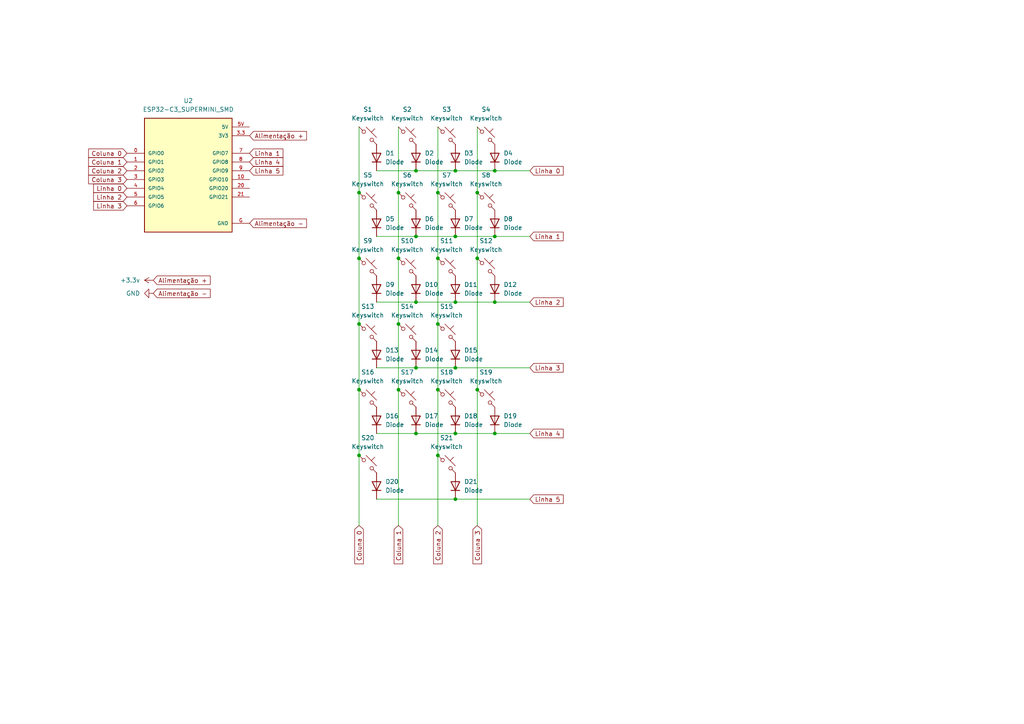
<source format=kicad_sch>
(kicad_sch (version 20231120) (generator "eeschema") (generator_version "8.0")
  (paper "A4")
  (lib_symbols
    (symbol "ESP32-C3_SUPERMINI_SMD:ESP32-C3_SUPERMINI_SMD" (pin_names (offset 1.016))
      (property "Reference" "U" (at -12.7 16.002 0))
      (property "Value" "ESP32-C3_SUPERMINI_SMD" (at -12.7 -20.32 0))
      (symbol "ESP32-C3_SUPERMINI_SMD_0_0"
        (rectangle (start -12.7 -17.78) (end 12.7 15.24) (stroke (width 0.254)) (fill (type background)))
        (pin bidirectional line (at -17.78 5.08 0) (length 5.08) (name "GPIO0") (number "0"))
        (pin bidirectional line (at -17.78 2.54 0) (length 5.08) (name "GPIO1") (number "1"))
        (pin bidirectional line (at 17.78 -2.54 180) (length 5.08) (name "GPIO10") (number "10"))
        (pin bidirectional line (at -17.78 0 0) (length 5.08) (name "GPIO2") (number "2"))
        (pin bidirectional line (at 17.78 -5.08 180) (length 5.08) (name "GPIO20") (number "20"))
        (pin bidirectional line (at 17.78 -7.62 180) (length 5.08) (name "GPIO21") (number "21"))
        (pin bidirectional line (at -17.78 -2.54 0) (length 5.08) (name "GPIO3") (number "3"))
        (pin power_in line (at 17.78 10.16 180) (length 5.08) (name "3V3") (number "3.3"))
        (pin bidirectional line (at -17.78 -5.08 0) (length 5.08) (name "GPIO4") (number "4"))
        (pin bidirectional line (at -17.78 -7.62 0) (length 5.08) (name "GPIO5") (number "5"))
        (pin power_in line (at 17.78 12.7 180) (length 5.08) (name "5V") (number "5V"))
        (pin bidirectional line (at -17.78 -10.16 0) (length 5.08) (name "GPIO6") (number "6"))
        (pin bidirectional line (at 17.78 5.08 180) (length 5.08) (name "GPIO7") (number "7"))
        (pin bidirectional line (at 17.78 2.54 180) (length 5.08) (name "GPIO8") (number "8"))
        (pin bidirectional line (at 17.78 0 180) (length 5.08) (name "GPIO9") (number "9"))
        (pin power_in line (at 17.78 -15.24 180) (length 5.08) (name "GND") (number "G"))
      )
    )
    (symbol "ScottoKeebs:Placeholder_Diode" (pin_numbers hide) (pin_names hide)
      (property "Reference" "D" (at 0 2.54 0))
      (property "Value" "Diode" (at 0 -2.54 0))
      (symbol "Placeholder_Diode_0_1"
        (polyline (pts (xy -1.27 1.27) (xy -1.27 -1.27)) (stroke (width 0.254)))
        (polyline (pts (xy 1.27 0) (xy -1.27 0)))
        (polyline (pts (xy 1.27 1.27) (xy 1.27 -1.27) (xy -1.27 0) (xy 1.27 1.27)) (stroke (width 0.254)))
      )
      (symbol "Placeholder_Diode_1_1"
        (pin passive line (at -3.81 0 0) (length 2.54) (name "K") (number "1"))
        (pin passive line (at 3.81 0 180) (length 2.54) (name "A") (number "2"))
      )
    )
    (symbol "ScottoKeebs:Placeholder_Keyswitch" (pin_numbers hide) (pin_names (offset 1.016) hide)
      (property "Reference" "S" (at 3.048 1.016 0))
      (property "Value" "Keyswitch" (at 0 -3.81 0))
      (symbol "Placeholder_Keyswitch_0_1"
        (circle (center -1.1684 1.1684) (radius 0.508))
        (polyline (pts (xy -0.508 2.54) (xy 2.54 -0.508)))
        (polyline (pts (xy 1.016 1.016) (xy 2.032 2.032)))
        (polyline (pts (xy -2.54 2.54) (xy -1.524 1.524) (xy -1.524 1.524)))
        (polyline (pts (xy 1.524 -1.524) (xy 2.54 -2.54) (xy 2.54 -2.54) (xy 2.54 -2.54)))
        (circle (center 1.143 -1.1938) (radius 0.508))
        (pin passive line (at -2.54 2.54 0) (length 0) (name "1") (number "1"))
        (pin passive line (at 2.54 -2.54 180) (length 0) (name "2") (number "2"))
      )
    )
    (symbol "power:+5V" (power) (pin_numbers hide) (pin_names (offset 0) hide)
      (property "Value" "+5V" (at 0 3.556 0))
      (symbol "+5V_0_1"
        (polyline (pts (xy -0.762 1.27) (xy 0 2.54)))
        (polyline (pts (xy 0 0) (xy 0 2.54)))
        (polyline (pts (xy 0 2.54) (xy 0.762 1.27)))
      )
      (symbol "+5V_1_1"
        (pin power_in line (at 0 0 90) (length 0) (name "~") (number "1"))
      )
    )
    (symbol "power:GND" (power) (pin_numbers hide) (pin_names (offset 0) hide)
      (property "Value" "GND" (at 0 -3.81 0))
      (symbol "GND_0_1"
        (polyline (pts (xy 0 0) (xy 0 -1.27) (xy 1.27 -1.27) (xy 0 -2.54) (xy -1.27 -1.27) (xy 0 -1.27)))
      )
      (symbol "GND_1_1"
        (pin power_in line (at 0 0 270) (length 0) (name "~") (number "1"))
      )
    )
  )
  (junction (at 127 93.98))
  (junction (at 132.08 144.78))
  (junction (at 120.65 125.73))
  (junction (at 127 113.03))
  (junction (at 143.51 68.58))
  (junction (at 104.14 113.03))
  (junction (at 143.51 87.63))
  (junction (at 104.14 132.08))
  (junction (at 115.57 55.88))
  (junction (at 120.65 68.58))
  (junction (at 120.65 87.63))
  (junction (at 104.14 55.88))
  (junction (at 132.08 49.53))
  (junction (at 115.57 74.93))
  (junction (at 127 132.08))
  (junction (at 120.65 49.53))
  (junction (at 115.57 113.03))
  (junction (at 127 74.93))
  (junction (at 104.14 93.98))
  (junction (at 104.14 74.93))
  (junction (at 132.08 87.63))
  (junction (at 138.43 113.03))
  (junction (at 120.65 106.68))
  (junction (at 132.08 125.73))
  (junction (at 143.51 49.53))
  (junction (at 138.43 74.93))
  (junction (at 127 55.88))
  (junction (at 132.08 106.68))
  (junction (at 115.57 93.98))
  (junction (at 138.43 55.88))
  (junction (at 132.08 68.58))
  (junction (at 143.51 125.73))
  (wire (pts (xy 115.57 36.83) (xy 115.57 55.88)))
  (wire (pts (xy 127 113.03) (xy 127 132.08)))
  (wire (pts (xy 138.43 74.93) (xy 138.43 113.03)))
  (wire (pts (xy 132.08 106.68) (xy 153.67 106.68)))
  (wire (pts (xy 115.57 93.98) (xy 115.57 113.03)))
  (wire (pts (xy 120.65 125.73) (xy 132.08 125.73)))
  (wire (pts (xy 109.22 87.63) (xy 120.65 87.63)))
  (wire (pts (xy 138.43 36.83) (xy 138.43 55.88)))
  (wire (pts (xy 120.65 68.58) (xy 132.08 68.58)))
  (wire (pts (xy 104.14 132.08) (xy 104.14 152.4)))
  (wire (pts (xy 132.08 68.58) (xy 143.51 68.58)))
  (wire (pts (xy 143.51 125.73) (xy 153.67 125.73)))
  (wire (pts (xy 109.22 125.73) (xy 120.65 125.73)))
  (wire (pts (xy 109.22 106.68) (xy 120.65 106.68)))
  (wire (pts (xy 138.43 113.03) (xy 138.43 152.4)))
  (wire (pts (xy 115.57 113.03) (xy 115.57 152.4)))
  (wire (pts (xy 115.57 55.88) (xy 115.57 74.93)))
  (wire (pts (xy 104.14 74.93) (xy 104.14 93.98)))
  (wire (pts (xy 132.08 125.73) (xy 143.51 125.73)))
  (wire (pts (xy 132.08 87.63) (xy 143.51 87.63)))
  (wire (pts (xy 120.65 49.53) (xy 132.08 49.53)))
  (wire (pts (xy 127 55.88) (xy 127 74.93)))
  (wire (pts (xy 104.14 113.03) (xy 104.14 132.08)))
  (wire (pts (xy 127 74.93) (xy 127 93.98)))
  (wire (pts (xy 109.22 144.78) (xy 132.08 144.78)))
  (wire (pts (xy 138.43 55.88) (xy 138.43 74.93)))
  (wire (pts (xy 109.22 49.53) (xy 120.65 49.53)))
  (wire (pts (xy 127 36.83) (xy 127 55.88)))
  (wire (pts (xy 127 93.98) (xy 127 113.03)))
  (wire (pts (xy 132.08 144.78) (xy 153.67 144.78)))
  (wire (pts (xy 143.51 87.63) (xy 153.67 87.63)))
  (wire (pts (xy 120.65 87.63) (xy 132.08 87.63)))
  (wire (pts (xy 104.14 36.83) (xy 104.14 55.88)))
  (wire (pts (xy 127 132.08) (xy 127 152.4)))
  (wire (pts (xy 132.08 49.53) (xy 143.51 49.53)))
  (wire (pts (xy 109.22 68.58) (xy 120.65 68.58)))
  (wire (pts (xy 143.51 68.58) (xy 153.67 68.58)))
  (wire (pts (xy 120.65 106.68) (xy 132.08 106.68)))
  (wire (pts (xy 143.51 49.53) (xy 153.67 49.53)))
  (wire (pts (xy 104.14 55.88) (xy 104.14 74.93)))
  (wire (pts (xy 115.57 74.93) (xy 115.57 93.98)))
  (wire (pts (xy 104.14 93.98) (xy 104.14 113.03)))
  (global_label "Linha 4" (shape input) (at 153.67 125.73 0) (property "Intersheetrefs" "${INTERSHEET_REFS}" (effects (hide yes))))
  (global_label "Coluna 2" (shape input) (at 36.83 49.53 180) (property "Intersheetrefs" "${INTERSHEET_REFS}" (effects (hide yes))))
  (global_label "Linha 5" (shape input) (at 72.39 49.53 0) (property "Intersheetrefs" "${INTERSHEET_REFS}" (effects (hide yes))))
  (global_label "Alimentação +" (shape input) (at 44.45 81.28 0) (property "Intersheetrefs" "${INTERSHEET_REFS}" (effects (hide yes))))
  (global_label "Linha 2" (shape input) (at 153.67 87.63 0) (property "Intersheetrefs" "${INTERSHEET_REFS}" (effects (hide yes))))
  (global_label "Alimentação -" (shape input) (at 44.45 85.09 0) (property "Intersheetrefs" "${INTERSHEET_REFS}" (effects (hide yes))))
  (global_label "Linha 3" (shape input) (at 153.67 106.68 0) (property "Intersheetrefs" "${INTERSHEET_REFS}" (effects (hide yes))))
  (global_label "Coluna 3" (shape input) (at 36.83 52.07 180) (property "Intersheetrefs" "${INTERSHEET_REFS}" (effects (hide yes))))
  (global_label "Coluna 0" (shape input) (at 36.83 44.45 180) (property "Intersheetrefs" "${INTERSHEET_REFS}" (effects (hide yes))))
  (global_label "Coluna 3" (shape input) (at 138.43 152.4 270) (property "Intersheetrefs" "${INTERSHEET_REFS}" (effects (hide yes))))
  (global_label "Alimentação -" (shape input) (at 72.39 64.77 0) (property "Intersheetrefs" "${INTERSHEET_REFS}" (effects (hide yes))))
  (global_label "Linha 3" (shape input) (at 36.83 59.69 180) (property "Intersheetrefs" "${INTERSHEET_REFS}" (effects (hide yes))))
  (global_label "Coluna 1" (shape input) (at 115.57 152.4 270) (property "Intersheetrefs" "${INTERSHEET_REFS}" (effects (hide yes))))
  (global_label "Linha 1" (shape input) (at 72.39 44.45 0) (property "Intersheetrefs" "${INTERSHEET_REFS}" (effects (hide yes))))
  (global_label "Linha 5" (shape input) (at 153.67 144.78 0) (property "Intersheetrefs" "${INTERSHEET_REFS}" (effects (hide yes))))
  (global_label "Alimentação +" (shape input) (at 72.39 39.37 0) (property "Intersheetrefs" "${INTERSHEET_REFS}" (effects (hide yes))))
  (global_label "Linha 1" (shape input) (at 153.67 68.58 0) (property "Intersheetrefs" "${INTERSHEET_REFS}" (effects (hide yes))))
  (global_label "Linha 4" (shape input) (at 72.39 46.99 0) (property "Intersheetrefs" "${INTERSHEET_REFS}" (effects (hide yes))))
  (global_label "Coluna 0" (shape input) (at 104.14 152.4 270) (property "Intersheetrefs" "${INTERSHEET_REFS}" (effects (hide yes))))
  (global_label "Coluna 2" (shape input) (at 127 152.4 270) (property "Intersheetrefs" "${INTERSHEET_REFS}" (effects (hide yes))))
  (global_label "Linha 0" (shape input) (at 153.67 49.53 0) (property "Intersheetrefs" "${INTERSHEET_REFS}" (effects (hide yes))))
  (global_label "Linha 2" (shape input) (at 36.83 57.15 180) (property "Intersheetrefs" "${INTERSHEET_REFS}" (effects (hide yes))))
  (global_label "Linha 0" (shape input) (at 36.83 54.61 180) (property "Intersheetrefs" "${INTERSHEET_REFS}" (effects (hide yes))))
  (global_label "Coluna 1" (shape input) (at 36.83 46.99 180) (property "Intersheetrefs" "${INTERSHEET_REFS}" (effects (hide yes))))
  (symbol (lib_id "ScottoKeebs:Placeholder_Keyswitch") (at 118.11 39.37 0) (unit 1)
    (property "Reference" "S2" (at 118.11 31.75 0))
    (property "Value" "Keyswitch" (at 118.11 34.29 0))
    (property "Footprint" "ScottoKeebs_Hotswap:Hotswap_MX_Plated_1.00u" (effects (hide yes)))
    (property "Description" "Push button switch, normally open, two pins, 45° tilted" (effects (hide yes)))
  )
  (symbol (lib_id "ScottoKeebs:Placeholder_Diode") (at 132.08 140.97 90) (unit 1)
    (property "Reference" "D21" (at 134.62 139.6999 90) (effects (justify right)))
    (property "Value" "Diode" (at 134.62 142.2399 90) (effects (justify right)))
    (property "Footprint" "Diode_THT:D_DO-35_SOD27_P7.62mm_Horizontal" (effects (hide yes)))
    (property "Description" "1N4148 (DO-35) or 1N4148W (SOD-123)" (effects (hide yes)))
    (property "Sim.Device" "D" (effects (hide yes)))
    (property "Sim.Pins" "1=K 2=A" (effects (hide yes)))
  )
  (symbol (lib_id "ScottoKeebs:Placeholder_Keyswitch") (at 106.68 77.47 0) (unit 1)
    (property "Reference" "S9" (at 106.68 69.85 0))
    (property "Value" "Keyswitch" (at 106.68 72.39 0))
    (property "Footprint" "ScottoKeebs_Hotswap:Hotswap_MX_Plated_1.00u" (effects (hide yes)))
    (property "Description" "Push button switch, normally open, two pins, 45° tilted" (effects (hide yes)))
  )
  (symbol (lib_id "ScottoKeebs:Placeholder_Keyswitch") (at 118.11 77.47 0) (unit 1)
    (property "Reference" "S10" (at 118.11 69.85 0))
    (property "Value" "Keyswitch" (at 118.11 72.39 0))
    (property "Footprint" "ScottoKeebs_Hotswap:Hotswap_MX_Plated_1.00u" (effects (hide yes)))
    (property "Description" "Push button switch, normally open, two pins, 45° tilted" (effects (hide yes)))
  )
  (symbol (lib_id "ScottoKeebs:Placeholder_Keyswitch") (at 118.11 58.42 0) (unit 1)
    (property "Reference" "S6" (at 118.11 50.8 0))
    (property "Value" "Keyswitch" (at 118.11 53.34 0))
    (property "Footprint" "ScottoKeebs_Hotswap:Hotswap_MX_Plated_1.00u" (effects (hide yes)))
    (property "Description" "Push button switch, normally open, two pins, 45° tilted" (effects (hide yes)))
  )
  (symbol (lib_id "ScottoKeebs:Placeholder_Diode") (at 120.65 121.92 90) (unit 1)
    (property "Reference" "D17" (at 123.19 120.6499 90) (effects (justify right)))
    (property "Value" "Diode" (at 123.19 123.1899 90) (effects (justify right)))
    (property "Footprint" "Diode_THT:D_DO-35_SOD27_P7.62mm_Horizontal" (effects (hide yes)))
    (property "Description" "1N4148 (DO-35) or 1N4148W (SOD-123)" (effects (hide yes)))
    (property "Sim.Device" "D" (effects (hide yes)))
    (property "Sim.Pins" "1=K 2=A" (effects (hide yes)))
  )
  (symbol (lib_id "ScottoKeebs:Placeholder_Keyswitch") (at 140.97 115.57 0) (unit 1)
    (property "Reference" "S19" (at 140.97 107.95 0))
    (property "Value" "Keyswitch" (at 140.97 110.49 0))
    (property "Footprint" "ScottoKeebs_Hotswap:Hotswap_MX_Plated_1.00u" (effects (hide yes)))
    (property "Description" "Push button switch, normally open, two pins, 45° tilted" (effects (hide yes)))
  )
  (symbol (lib_id "ScottoKeebs:Placeholder_Diode") (at 143.51 121.92 90) (unit 1)
    (property "Reference" "D19" (at 146.05 120.6499 90) (effects (justify right)))
    (property "Value" "Diode" (at 146.05 123.1899 90) (effects (justify right)))
    (property "Footprint" "Diode_THT:D_DO-35_SOD27_P7.62mm_Horizontal" (effects (hide yes)))
    (property "Description" "1N4148 (DO-35) or 1N4148W (SOD-123)" (effects (hide yes)))
    (property "Sim.Device" "D" (effects (hide yes)))
    (property "Sim.Pins" "1=K 2=A" (effects (hide yes)))
  )
  (symbol (lib_id "ScottoKeebs:Placeholder_Keyswitch") (at 129.54 115.57 0) (unit 1)
    (property "Reference" "S18" (at 129.54 107.95 0))
    (property "Value" "Keyswitch" (at 129.54 110.49 0))
    (property "Footprint" "ScottoKeebs_Hotswap:Hotswap_MX_Plated_1.00u" (effects (hide yes)))
    (property "Description" "Push button switch, normally open, two pins, 45° tilted" (effects (hide yes)))
  )
  (symbol (lib_id "ScottoKeebs:Placeholder_Keyswitch") (at 106.68 58.42 0) (unit 1)
    (property "Reference" "S5" (at 106.68 50.8 0))
    (property "Value" "Keyswitch" (at 106.68 53.34 0))
    (property "Footprint" "ScottoKeebs_Hotswap:Hotswap_MX_Plated_1.00u" (effects (hide yes)))
    (property "Description" "Push button switch, normally open, two pins, 45° tilted" (effects (hide yes)))
  )
  (symbol (lib_id "power:+5V") (at 44.45 81.28 90) (unit 1)
    (property "Reference" "#PWR01" (effects (hide yes)))
    (property "Value" "+3.3v" (at 40.64 81.2799 90) (effects (justify left)))
    (property "Description" "Power symbol creates a global label with name \"+5V\"" (effects (hide yes)))
  )
  (symbol (lib_id "ScottoKeebs:Placeholder_Keyswitch") (at 140.97 39.37 0) (unit 1)
    (property "Reference" "S4" (at 140.97 31.75 0))
    (property "Value" "Keyswitch" (at 140.97 34.29 0))
    (property "Footprint" "ScottoKeebs_Hotswap:Hotswap_MX_Plated_1.00u" (effects (hide yes)))
    (property "Description" "Push button switch, normally open, two pins, 45° tilted" (effects (hide yes)))
  )
  (symbol (lib_id "ScottoKeebs:Placeholder_Keyswitch") (at 106.68 134.62 0) (unit 1)
    (property "Reference" "S20" (at 106.68 127 0))
    (property "Value" "Keyswitch" (at 106.68 129.54 0))
    (property "Footprint" "ScottoKeebs_Hotswap:Hotswap_MX_Plated_1.00u" (effects (hide yes)))
    (property "Description" "Push button switch, normally open, two pins, 45° tilted" (effects (hide yes)))
  )
  (symbol (lib_id "ScottoKeebs:Placeholder_Diode") (at 132.08 83.82 90) (unit 1)
    (property "Reference" "D11" (at 134.62 82.5499 90) (effects (justify right)))
    (property "Value" "Diode" (at 134.62 85.0899 90) (effects (justify right)))
    (property "Footprint" "Diode_THT:D_DO-35_SOD27_P7.62mm_Horizontal" (effects (hide yes)))
    (property "Description" "1N4148 (DO-35) or 1N4148W (SOD-123)" (effects (hide yes)))
    (property "Sim.Device" "D" (effects (hide yes)))
    (property "Sim.Pins" "1=K 2=A" (effects (hide yes)))
  )
  (symbol (lib_id "ScottoKeebs:Placeholder_Keyswitch") (at 129.54 58.42 0) (unit 1)
    (property "Reference" "S7" (at 129.54 50.8 0))
    (property "Value" "Keyswitch" (at 129.54 53.34 0))
    (property "Footprint" "ScottoKeebs_Hotswap:Hotswap_MX_Plated_1.00u" (effects (hide yes)))
    (property "Description" "Push button switch, normally open, two pins, 45° tilted" (effects (hide yes)))
  )
  (symbol (lib_id "ScottoKeebs:Placeholder_Keyswitch") (at 140.97 77.47 0) (unit 1)
    (property "Reference" "S12" (at 140.97 69.85 0))
    (property "Value" "Keyswitch" (at 140.97 72.39 0))
    (property "Footprint" "ScottoKeebs_Hotswap:Hotswap_MX_Plated_1.00u" (effects (hide yes)))
    (property "Description" "Push button switch, normally open, two pins, 45° tilted" (effects (hide yes)))
  )
  (symbol (lib_id "ScottoKeebs:Placeholder_Diode") (at 143.51 45.72 90) (unit 1)
    (property "Reference" "D4" (at 146.05 44.4499 90) (effects (justify right)))
    (property "Value" "Diode" (at 146.05 46.9899 90) (effects (justify right)))
    (property "Footprint" "Diode_THT:D_DO-35_SOD27_P7.62mm_Horizontal" (effects (hide yes)))
    (property "Description" "1N4148 (DO-35) or 1N4148W (SOD-123)" (effects (hide yes)))
    (property "Sim.Device" "D" (effects (hide yes)))
    (property "Sim.Pins" "1=K 2=A" (effects (hide yes)))
  )
  (symbol (lib_id "ScottoKeebs:Placeholder_Diode") (at 109.22 102.87 90) (unit 1)
    (property "Reference" "D13" (at 111.76 101.5999 90) (effects (justify right)))
    (property "Value" "Diode" (at 111.76 104.1399 90) (effects (justify right)))
    (property "Footprint" "Diode_THT:D_DO-35_SOD27_P7.62mm_Horizontal" (effects (hide yes)))
    (property "Description" "1N4148 (DO-35) or 1N4148W (SOD-123)" (effects (hide yes)))
    (property "Sim.Device" "D" (effects (hide yes)))
    (property "Sim.Pins" "1=K 2=A" (effects (hide yes)))
  )
  (symbol (lib_id "ScottoKeebs:Placeholder_Keyswitch") (at 106.68 115.57 0) (unit 1)
    (property "Reference" "S16" (at 106.68 107.95 0))
    (property "Value" "Keyswitch" (at 106.68 110.49 0))
    (property "Footprint" "ScottoKeebs_Hotswap:Hotswap_MX_Plated_1.00u" (effects (hide yes)))
    (property "Description" "Push button switch, normally open, two pins, 45° tilted" (effects (hide yes)))
  )
  (symbol (lib_id "ScottoKeebs:Placeholder_Diode") (at 132.08 64.77 90) (unit 1)
    (property "Reference" "D7" (at 134.62 63.4999 90) (effects (justify right)))
    (property "Value" "Diode" (at 134.62 66.0399 90) (effects (justify right)))
    (property "Footprint" "Diode_THT:D_DO-35_SOD27_P7.62mm_Horizontal" (effects (hide yes)))
    (property "Description" "1N4148 (DO-35) or 1N4148W (SOD-123)" (effects (hide yes)))
    (property "Sim.Device" "D" (effects (hide yes)))
    (property "Sim.Pins" "1=K 2=A" (effects (hide yes)))
  )
  (symbol (lib_id "ScottoKeebs:Placeholder_Keyswitch") (at 140.97 58.42 0) (unit 1)
    (property "Reference" "S8" (at 140.97 50.8 0))
    (property "Value" "Keyswitch" (at 140.97 53.34 0))
    (property "Footprint" "ScottoKeebs_Hotswap:Hotswap_MX_Plated_1.00u" (effects (hide yes)))
    (property "Description" "Push button switch, normally open, two pins, 45° tilted" (effects (hide yes)))
  )
  (symbol (lib_id "ScottoKeebs:Placeholder_Keyswitch") (at 118.11 96.52 0) (unit 1)
    (property "Reference" "S14" (at 118.11 88.9 0))
    (property "Value" "Keyswitch" (at 118.11 91.44 0))
    (property "Footprint" "ScottoKeebs_Hotswap:Hotswap_MX_Plated_1.00u" (effects (hide yes)))
    (property "Description" "Push button switch, normally open, two pins, 45° tilted" (effects (hide yes)))
  )
  (symbol (lib_id "ScottoKeebs:Placeholder_Diode") (at 120.65 83.82 90) (unit 1)
    (property "Reference" "D10" (at 123.19 82.5499 90) (effects (justify right)))
    (property "Value" "Diode" (at 123.19 85.0899 90) (effects (justify right)))
    (property "Footprint" "Diode_THT:D_DO-35_SOD27_P7.62mm_Horizontal" (effects (hide yes)))
    (property "Description" "1N4148 (DO-35) or 1N4148W (SOD-123)" (effects (hide yes)))
    (property "Sim.Device" "D" (effects (hide yes)))
    (property "Sim.Pins" "1=K 2=A" (effects (hide yes)))
  )
  (symbol (lib_id "ScottoKeebs:Placeholder_Diode") (at 132.08 102.87 90) (unit 1)
    (property "Reference" "D15" (at 134.62 101.5999 90) (effects (justify right)))
    (property "Value" "Diode" (at 134.62 104.1399 90) (effects (justify right)))
    (property "Footprint" "Diode_THT:D_DO-35_SOD27_P7.62mm_Horizontal" (effects (hide yes)))
    (property "Description" "1N4148 (DO-35) or 1N4148W (SOD-123)" (effects (hide yes)))
    (property "Sim.Device" "D" (effects (hide yes)))
    (property "Sim.Pins" "1=K 2=A" (effects (hide yes)))
  )
  (symbol (lib_id "ScottoKeebs:Placeholder_Keyswitch") (at 129.54 77.47 0) (unit 1)
    (property "Reference" "S11" (at 129.54 69.85 0))
    (property "Value" "Keyswitch" (at 129.54 72.39 0))
    (property "Footprint" "ScottoKeebs_Hotswap:Hotswap_MX_Plated_1.00u" (effects (hide yes)))
    (property "Description" "Push button switch, normally open, two pins, 45° tilted" (effects (hide yes)))
  )
  (symbol (lib_id "ScottoKeebs:Placeholder_Keyswitch") (at 106.68 39.37 0) (unit 1)
    (property "Reference" "S1" (at 106.68 31.75 0))
    (property "Value" "Keyswitch" (at 106.68 34.29 0))
    (property "Footprint" "ScottoKeebs_Hotswap:Hotswap_MX_Plated_1.00u" (effects (hide yes)))
    (property "Description" "Push button switch, normally open, two pins, 45° tilted" (effects (hide yes)))
  )
  (symbol (lib_id "ScottoKeebs:Placeholder_Diode") (at 109.22 121.92 90) (unit 1)
    (property "Reference" "D16" (at 111.76 120.6499 90) (effects (justify right)))
    (property "Value" "Diode" (at 111.76 123.1899 90) (effects (justify right)))
    (property "Footprint" "Diode_THT:D_DO-35_SOD27_P7.62mm_Horizontal" (effects (hide yes)))
    (property "Description" "1N4148 (DO-35) or 1N4148W (SOD-123)" (effects (hide yes)))
    (property "Sim.Device" "D" (effects (hide yes)))
    (property "Sim.Pins" "1=K 2=A" (effects (hide yes)))
  )
  (symbol (lib_id "ScottoKeebs:Placeholder_Diode") (at 120.65 45.72 90) (unit 1)
    (property "Reference" "D2" (at 123.19 44.4499 90) (effects (justify right)))
    (property "Value" "Diode" (at 123.19 46.9899 90) (effects (justify right)))
    (property "Footprint" "Diode_THT:D_DO-35_SOD27_P7.62mm_Horizontal" (effects (hide yes)))
    (property "Description" "1N4148 (DO-35) or 1N4148W (SOD-123)" (effects (hide yes)))
    (property "Sim.Device" "D" (effects (hide yes)))
    (property "Sim.Pins" "1=K 2=A" (effects (hide yes)))
  )
  (symbol (lib_id "ScottoKeebs:Placeholder_Keyswitch") (at 129.54 96.52 0) (unit 1)
    (property "Reference" "S15" (at 129.54 88.9 0))
    (property "Value" "Keyswitch" (at 129.54 91.44 0))
    (property "Footprint" "ScottoKeebs_Hotswap:Hotswap_MX_Plated_1.00u" (effects (hide yes)))
    (property "Description" "Push button switch, normally open, two pins, 45° tilted" (effects (hide yes)))
  )
  (symbol (lib_id "ScottoKeebs:Placeholder_Diode") (at 120.65 102.87 90) (unit 1)
    (property "Reference" "D14" (at 123.19 101.5999 90) (effects (justify right)))
    (property "Value" "Diode" (at 123.19 104.1399 90) (effects (justify right)))
    (property "Footprint" "Diode_THT:D_DO-35_SOD27_P7.62mm_Horizontal" (effects (hide yes)))
    (property "Description" "1N4148 (DO-35) or 1N4148W (SOD-123)" (effects (hide yes)))
    (property "Sim.Device" "D" (effects (hide yes)))
    (property "Sim.Pins" "1=K 2=A" (effects (hide yes)))
  )
  (symbol (lib_id "ScottoKeebs:Placeholder_Keyswitch") (at 129.54 39.37 0) (unit 1)
    (property "Reference" "S3" (at 129.54 31.75 0))
    (property "Value" "Keyswitch" (at 129.54 34.29 0))
    (property "Footprint" "ScottoKeebs_Hotswap:Hotswap_MX_Plated_1.00u" (effects (hide yes)))
    (property "Description" "Push button switch, normally open, two pins, 45° tilted" (effects (hide yes)))
  )
  (symbol (lib_id "ScottoKeebs:Placeholder_Keyswitch") (at 129.54 134.62 0) (unit 1)
    (property "Reference" "S21" (at 129.54 127 0))
    (property "Value" "Keyswitch" (at 129.54 129.54 0))
    (property "Footprint" "ScottoKeebs_Hotswap:Hotswap_MX_Plated_1.00u" (effects (hide yes)))
    (property "Description" "Push button switch, normally open, two pins, 45° tilted" (effects (hide yes)))
  )
  (symbol (lib_id "ScottoKeebs:Placeholder_Diode") (at 143.51 64.77 90) (unit 1)
    (property "Reference" "D8" (at 146.05 63.4999 90) (effects (justify right)))
    (property "Value" "Diode" (at 146.05 66.0399 90) (effects (justify right)))
    (property "Footprint" "Diode_THT:D_DO-35_SOD27_P7.62mm_Horizontal" (effects (hide yes)))
    (property "Description" "1N4148 (DO-35) or 1N4148W (SOD-123)" (effects (hide yes)))
    (property "Sim.Device" "D" (effects (hide yes)))
    (property "Sim.Pins" "1=K 2=A" (effects (hide yes)))
  )
  (symbol (lib_id "ScottoKeebs:Placeholder_Diode") (at 109.22 83.82 90) (unit 1)
    (property "Reference" "D9" (at 111.76 82.5499 90) (effects (justify right)))
    (property "Value" "Diode" (at 111.76 85.0899 90) (effects (justify right)))
    (property "Footprint" "Diode_THT:D_DO-35_SOD27_P7.62mm_Horizontal" (effects (hide yes)))
    (property "Description" "1N4148 (DO-35) or 1N4148W (SOD-123)" (effects (hide yes)))
    (property "Sim.Device" "D" (effects (hide yes)))
    (property "Sim.Pins" "1=K 2=A" (effects (hide yes)))
  )
  (symbol (lib_id "ScottoKeebs:Placeholder_Diode") (at 132.08 45.72 90) (unit 1)
    (property "Reference" "D3" (at 134.62 44.4499 90) (effects (justify right)))
    (property "Value" "Diode" (at 134.62 46.9899 90) (effects (justify right)))
    (property "Footprint" "Diode_THT:D_DO-35_SOD27_P7.62mm_Horizontal" (effects (hide yes)))
    (property "Description" "1N4148 (DO-35) or 1N4148W (SOD-123)" (effects (hide yes)))
    (property "Sim.Device" "D" (effects (hide yes)))
    (property "Sim.Pins" "1=K 2=A" (effects (hide yes)))
  )
  (symbol (lib_id "ScottoKeebs:Placeholder_Keyswitch") (at 106.68 96.52 0) (unit 1)
    (property "Reference" "S13" (at 106.68 88.9 0))
    (property "Value" "Keyswitch" (at 106.68 91.44 0))
    (property "Footprint" "ScottoKeebs_Hotswap:Hotswap_MX_Plated_1.00u" (effects (hide yes)))
    (property "Description" "Push button switch, normally open, two pins, 45° tilted" (effects (hide yes)))
  )
  (symbol (lib_id "ScottoKeebs:Placeholder_Diode") (at 120.65 64.77 90) (unit 1)
    (property "Reference" "D6" (at 123.19 63.4999 90) (effects (justify right)))
    (property "Value" "Diode" (at 123.19 66.0399 90) (effects (justify right)))
    (property "Footprint" "Diode_THT:D_DO-35_SOD27_P7.62mm_Horizontal" (effects (hide yes)))
    (property "Description" "1N4148 (DO-35) or 1N4148W (SOD-123)" (effects (hide yes)))
    (property "Sim.Device" "D" (effects (hide yes)))
    (property "Sim.Pins" "1=K 2=A" (effects (hide yes)))
  )
  (symbol (lib_id "ScottoKeebs:Placeholder_Diode") (at 109.22 140.97 90) (unit 1)
    (property "Reference" "D20" (at 111.76 139.6999 90) (effects (justify right)))
    (property "Value" "Diode" (at 111.76 142.2399 90) (effects (justify right)))
    (property "Footprint" "Diode_THT:D_DO-35_SOD27_P7.62mm_Horizontal" (effects (hide yes)))
    (property "Description" "1N4148 (DO-35) or 1N4148W (SOD-123)" (effects (hide yes)))
    (property "Sim.Device" "D" (effects (hide yes)))
    (property "Sim.Pins" "1=K 2=A" (effects (hide yes)))
  )
  (symbol (lib_id "ScottoKeebs:Placeholder_Diode") (at 109.22 45.72 90) (unit 1)
    (property "Reference" "D1" (at 111.76 44.4499 90) (effects (justify right)))
    (property "Value" "Diode" (at 111.76 46.9899 90) (effects (justify right)))
    (property "Footprint" "Diode_THT:D_DO-35_SOD27_P7.62mm_Horizontal" (effects (hide yes)))
    (property "Description" "1N4148 (DO-35) or 1N4148W (SOD-123)" (effects (hide yes)))
    (property "Sim.Device" "D" (effects (hide yes)))
    (property "Sim.Pins" "1=K 2=A" (effects (hide yes)))
  )
  (symbol (lib_id "ScottoKeebs:Placeholder_Diode") (at 143.51 83.82 90) (unit 1)
    (property "Reference" "D12" (at 146.05 82.5499 90) (effects (justify right)))
    (property "Value" "Diode" (at 146.05 85.0899 90) (effects (justify right)))
    (property "Footprint" "Diode_THT:D_DO-35_SOD27_P7.62mm_Horizontal" (effects (hide yes)))
    (property "Description" "1N4148 (DO-35) or 1N4148W (SOD-123)" (effects (hide yes)))
    (property "Sim.Device" "D" (effects (hide yes)))
    (property "Sim.Pins" "1=K 2=A" (effects (hide yes)))
  )
  (symbol (lib_id "ScottoKeebs:Placeholder_Keyswitch") (at 118.11 115.57 0) (unit 1)
    (property "Reference" "S17" (at 118.11 107.95 0))
    (property "Value" "Keyswitch" (at 118.11 110.49 0))
    (property "Footprint" "ScottoKeebs_Hotswap:Hotswap_MX_Plated_1.00u" (effects (hide yes)))
    (property "Description" "Push button switch, normally open, two pins, 45° tilted" (effects (hide yes)))
  )
  (symbol (lib_id "ESP32-C3_SUPERMINI_SMD:ESP32-C3_SUPERMINI_SMD") (at 54.61 49.53 0) (unit 1)
    (property "Reference" "U2" (at 54.61 29.21 0))
    (property "Value" "ESP32-C3_SUPERMINI_SMD" (at 54.61 31.75 0))
    (property "Footprint" "ESP32-C3-SuperMini:ESP32-C3_SUPERMINI" (effects (hide yes)))
    (property "MF" "Espressif Systems" (effects (hide yes)))
    (property "MAXIMUM_PACKAGE_HEIGHT" "4.2mm" (effects (hide yes)))
    (property "Package" "None" (effects (hide yes)))
    (property "Price" "None" (effects (hide yes)))
    (property "Check_prices" "https://www.snapeda.com/parts/ESP32-C3%20SuperMini_SMD/Espressif+Systems/view-part/?ref=eda" (effects (hide yes)))
    (property "STANDARD" "Manufacturer Recommendations" (effects (hide yes)))
    (property "SnapEDA_Link" "https://www.snapeda.com/parts/ESP32-C3%20SuperMini_SMD/Espressif+Systems/view-part/?ref=snap" (effects (hide yes)))
    (property "MP" "ESP32-C3 SuperMini_SMD" (effects (hide yes)))
    (property "Description_1" "\nSuper tiny ESP32-C3 board\n" (effects (hide yes)))
    (property "Availability" "Not in stock" (effects (hide yes)))
    (property "MANUFACTURER" "Espressif" (effects (hide yes)))
  )
  (symbol (lib_id "ScottoKeebs:Placeholder_Diode") (at 109.22 64.77 90) (unit 1)
    (property "Reference" "D5" (at 111.76 63.4999 90) (effects (justify right)))
    (property "Value" "Diode" (at 111.76 66.0399 90) (effects (justify right)))
    (property "Footprint" "Diode_THT:D_DO-35_SOD27_P7.62mm_Horizontal" (effects (hide yes)))
    (property "Description" "1N4148 (DO-35) or 1N4148W (SOD-123)" (effects (hide yes)))
    (property "Sim.Device" "D" (effects (hide yes)))
    (property "Sim.Pins" "1=K 2=A" (effects (hide yes)))
  )
  (symbol (lib_id "power:GND") (at 44.45 85.09 270) (unit 1)
    (property "Reference" "#PWR02" (effects (hide yes)))
    (property "Value" "GND" (at 40.64 85.0899 90) (effects (justify right)))
    (property "Description" "Power symbol creates a global label with name \"GND\" , ground" (effects (hide yes)))
  )
  (symbol (lib_id "ScottoKeebs:Placeholder_Diode") (at 132.08 121.92 90) (unit 1)
    (property "Reference" "D18" (at 134.62 120.6499 90) (effects (justify right)))
    (property "Value" "Diode" (at 134.62 123.1899 90) (effects (justify right)))
    (property "Footprint" "Diode_THT:D_DO-35_SOD27_P7.62mm_Horizontal" (effects (hide yes)))
    (property "Description" "1N4148 (DO-35) or 1N4148W (SOD-123)" (effects (hide yes)))
    (property "Sim.Device" "D" (effects (hide yes)))
    (property "Sim.Pins" "1=K 2=A" (effects (hide yes)))
  )
)
</source>
